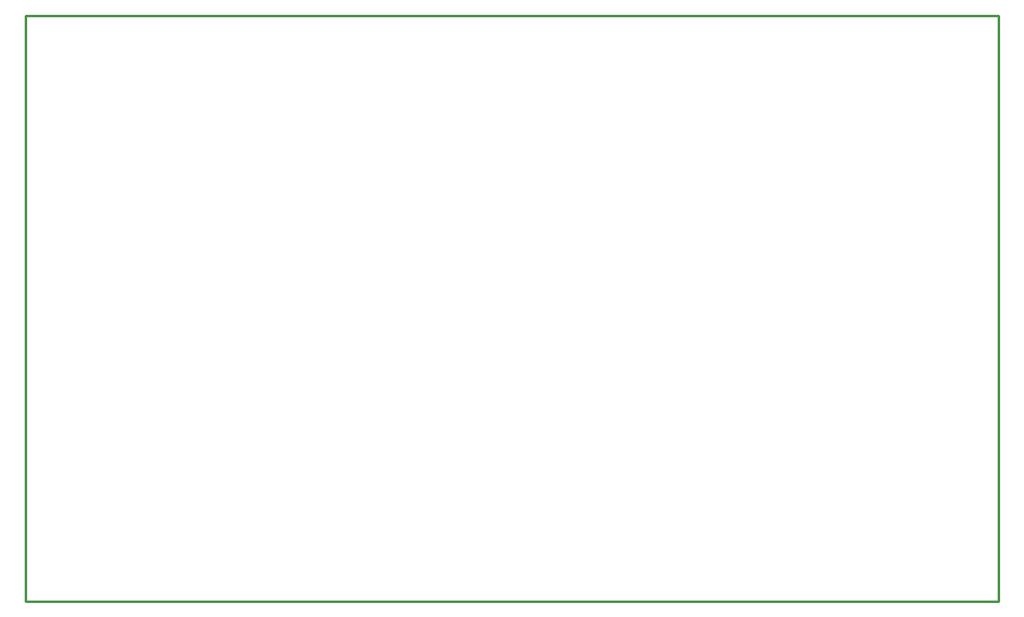
<source format=gko>
G04*
G04 #@! TF.GenerationSoftware,Altium Limited,Altium Designer,23.6.0 (18)*
G04*
G04 Layer_Color=16711935*
%FSTAX44Y44*%
%MOMM*%
G71*
G04*
G04 #@! TF.SameCoordinates,7A204BF5-4CC6-4CC0-A9E4-A723DCFD74C1*
G04*
G04*
G04 #@! TF.FilePolarity,Positive*
G04*
G01*
G75*
%ADD12C,0.2540*%
D12*
X0Y0D02*
X01000506D01*
X0Y00602234D02*
X0Y0D01*
X01000506D02*
Y00009144D01*
X0Y00602234D02*
X01000506D01*
Y00009144D02*
Y00602234D01*
M02*

</source>
